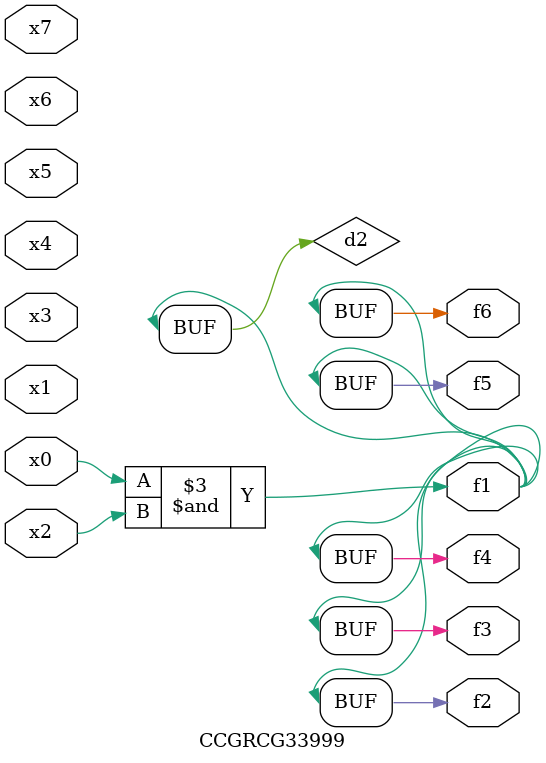
<source format=v>
module CCGRCG33999(
	input x0, x1, x2, x3, x4, x5, x6, x7,
	output f1, f2, f3, f4, f5, f6
);

	wire d1, d2;

	nor (d1, x3, x6);
	and (d2, x0, x2);
	assign f1 = d2;
	assign f2 = d2;
	assign f3 = d2;
	assign f4 = d2;
	assign f5 = d2;
	assign f6 = d2;
endmodule

</source>
